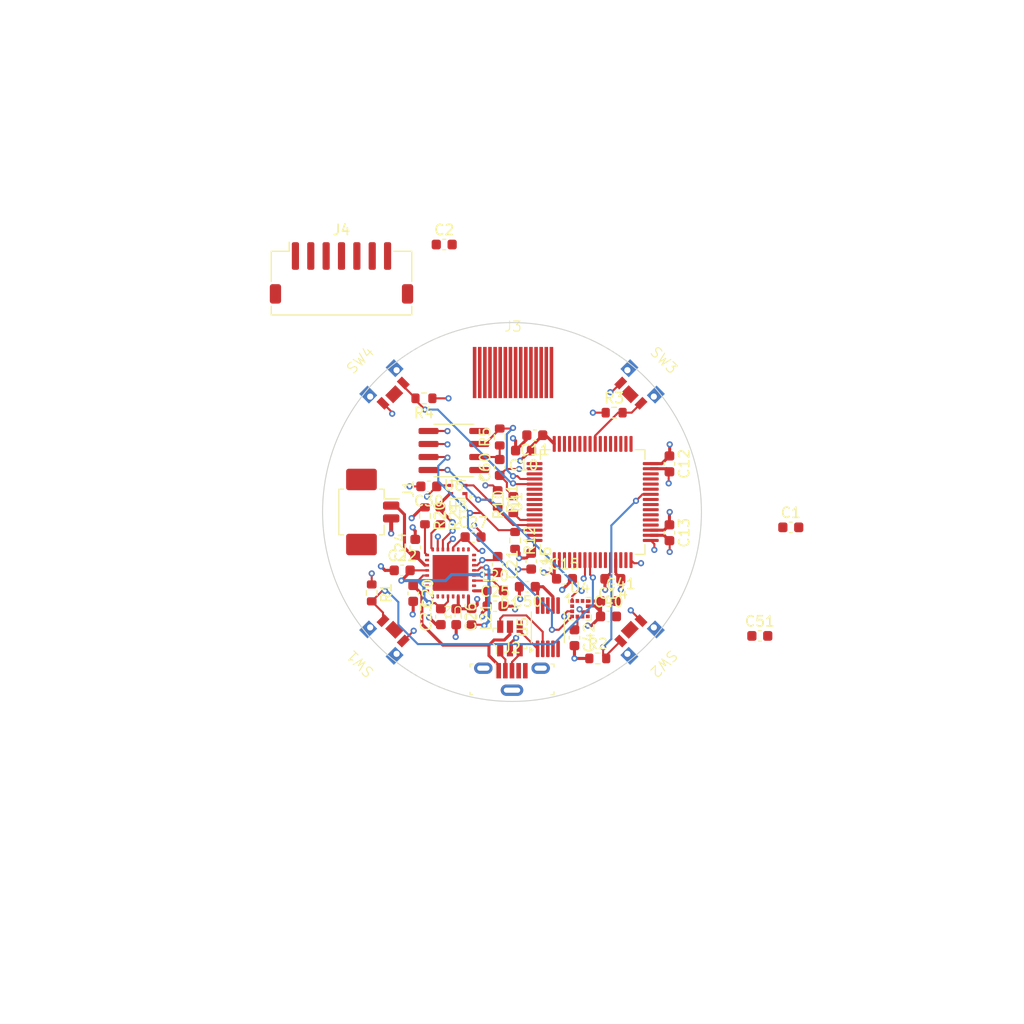
<source format=kicad_pcb>
(kicad_pcb (version 20240108) (generator "pcbnew") (generator_version "8.0")
  (layers (0 "F.Cu" signal) (1 "In1.Cu" signal) (2 "In2.Cu" signal) (31 "B.Cu" signal) (34 "B.Paste" user) (35 "F.Paste" user) (36 "B.SilkS" user "B.Silkscreen") (37 "F.SilkS" user "F.Silkscreen") (38 "B.Mask" user) (39 "F.Mask" user) (44 "Edge.Cuts" user))
  (net 0 "")
  (net 1 "+3.3V")
  (net 3 "Net-(U2-SW2)")
  (net 5 "+1.8V")
  (net 7 "/VSYS")
  (net 9 "Net-(J1-Pin_1)")
  (net 13 "GND")
  (net 14 "/NRST")
  (net 17 "/I2C_SCL")
  (net 18 "Net-(U2-VSET2)")
  (net 21 "Net-(U2-VSET1)")
  (net 22 "Net-(U2-SW1)")
  (net 23 "/VBUS")
  (net 24 "/I2C_SDA")
  (net 27 "/BTN_3")
  (net 28 "/BTN_2")
  (net 29 "/BTN_1")
  (net 30 "/BTN_4")
  (net 31 "Net-(D1-Pad1)")
  (net 34 "Net-(D1-Pad3)")
  (net 37 "Net-(U5-UD+)")
  (net 38 "Net-(U5-UD-)")
  (net 39 "/RTC_INT")
  (net 40 "Net-(U1-BOOT0)")
  (net 43 "Net-(U5-~{RTS})")
  (net 44 "/USART_TX")
  (net 45 "/USART_RX")
  (net 51 "/SPI_RST")
  (net 61 "/SPI_MOSI")
  (net 75 "/SWDIO")
  (net 76 "/SPI_SCLK")
  (net 83 "/SPI_CS")
  (net 84 "/SWCLK")
  (net 86 "/SPI_DC")
  (net 89 "/SPI_SCL")
  (net 94 "Net-(U4-C1)")
  (net 101 "/TDI")
  (net 102 "/SWO")
  (footprint "Capacitor_SMD:C_0603_1608Metric" (layer "F.Cu") (at 94.55 110.225 -90)
    (property "Reference" "C26")
    (property "Value" "10u")
  )
  (footprint "Capacitor_SMD:C_0603_1608Metric" (layer "F.Cu") (at 93.38 73.88)
    (property "Reference" "C2")
    (property "Value" "0.1u")
  )
  (footprint "Inductor_SMD:L_0603_1608Metric" (layer "F.Cu") (at 98.35 107.6625)
    (property "Reference" "L20")
    (property "Value" "2.2u")
  )
  (footprint "Package_SO:MSOP-10_3x3mm_P0.5mm" (layer "F.Cu") (at 103.5 111.25 90)
    (property "Reference" "U5")
    (property "Value" "CH340E")
  )
  (footprint "Capacitor_SMD:C_0603_1608Metric" (layer "F.Cu") (at 101.125 94 180)
    (property "Reference" "C10")
    (property "Value" "4.7u")
  )
  (footprint "Resistor_SMD:R_0603_1608Metric" (layer "F.Cu") (at 100.125 99.275 90)
    (property "Reference" "R10")
    (property "Value" "10k")
  )
  (footprint "Capacitor_SMD:C_0603_1608Metric" (layer "F.Cu") (at 90.55 103.45 90)
    (property "Reference" "C24")
    (property "Value" "2.2u")
  )
  (footprint "Resistor_SMD:R_0603_1608Metric" (layer "F.Cu") (at 91.5 100.375 -90)
    (property "Reference" "R20")
    (property "Value" "47k")
  )
  (footprint "smart_watch:TL6340" (layer "F.Cu") (at 111.5 111.5 -135)
    (property "Reference" "SW2")
    (property "Value" "SW_Push")
  )
  (footprint "Capacitor_SMD:C_0603_1608Metric" (layer "F.Cu") (at 115.375 102.025 -90)
    (property "Reference" "C13")
    (property "Value" "100n")
  )
  (footprint "Package_LGA:LGA-12_2x2mm_P0.5mm" (layer "F.Cu") (at 106.6375 109.45)
    (property "Reference" "U4")
    (property "Value" "LIS2MDL")
  )
  (footprint "Resistor_SMD:R_0603_1608Metric" (layer "F.Cu") (at 108.375 114.3)
    (property "Reference" "R2")
    (property "Value" "10k")
  )
  (footprint "Capacitor_SMD:C_0603_1608Metric" (layer "F.Cu") (at 98.35 109.2)
    (property "Reference" "C25")
    (property "Value" "10u")
  )
  (footprint "Capacitor_SMD:C_0603_1608Metric" (layer "F.Cu") (at 109.425 110.2)
    (property "Reference" "C40")
    (property "Value" "10u")
  )
  (footprint "Resistor_SMD:R_0603_1608Metric" (layer "F.Cu") (at 93 100.375 -90)
    (property "Reference" "R21")
    (property "Value" "250k")
  )
  (footprint "Resistor_SMD:R_0603_1608Metric" (layer "F.Cu") (at 98.6 98.7 -90)
    (property "Reference" "R11")
    (property "Value" "10k")
  )
  (footprint "Package_QFP:LQFP-64_10x10mm_P0.5mm" (layer "F.Cu") (at 107.875 99.025 90)
    (property "Reference" "U1")
    (property "Value" "STM32L476RGTx")
  )
  (footprint "smart_watch:nPM1300" (layer "F.Cu") (at 94 105.95 180)
    (property "Reference" "U2")
    (property "Value" "nPM1300-QEAA")
  )
  (footprint "Connector_JST:JST_ZH_S7B-ZR-SM4A-TF_1x07-1MP_P1.50mm_Horizontal" (layer "F.Cu") (at 83.35 76.65)
    (property "Reference" "J4")
    (property "Value" "Conn_01x07")
  )
  (footprint "smart_watch:TL6340" (layer "F.Cu") (at 111.5 88.5 -45)
    (property "Reference" "SW3")
    (property "Value" "SW_Push")
  )
  (footprint "Resistor_SMD:R_0603_1608Metric" (layer "F.Cu") (at 100.3 102.775 -90)
    (property "Reference" "R12")
    (property "Value" "10k")
  )
  (footprint "smart_watch:TL6340" (layer "F.Cu") (at 88.5 111.5 135)
    (property "Reference" "SW1")
    (property "Value" "SW_Push")
  )
  (footprint "Capacitor_SMD:C_0603_1608Metric" (layer "F.Cu") (at 106.1 112.275 -90)
    (property "Reference" "C42")
    (property "Value" "220n")
  )
  (footprint "Resistor_SMD:R_0603_1608Metric" (layer "F.Cu") (at 98.8 92.675 90)
    (property "Reference" "R5")
    (property "Value" "2.2k")
  )
  (footprint "smart_watch:GC9A01_FPC_pads_P0.5mm" (layer "F.Cu") (at 100.1 86.38)
    (property "Reference" "J3")
    (property "Value" "GC9A01 / ER-TFT1.28-3")
  )
  (footprint "Capacitor_SMD:C_0603_1608Metric" (layer "F.Cu") (at 98.6 105.125 -90)
    (property "Reference" "C21")
    (property "Value" "10u")
  )
  (footprint "Capacitor_SMD:C_0603_1608Metric" (layer "F.Cu") (at 127.225 101.5)
    (property "Reference" "C1")
    (property "Value" "100n")
  )
  (footprint "Capacitor_SMD:C_0603_1608Metric" (layer "F.Cu") (at 101.875 104.8 -90)
    (property "Reference" "C16")
    (property "Value" "100n")
  )
  (footprint "digikey-footprints:SOT23-6L" (layer "F.Cu") (at 99.8 112.35)
    (property "Reference" "D1")
    (property "Value" "USBLC6-2SC6")
  )
  (footprint "Capacitor_SMD:C_0603_1608Metric" (layer "F.Cu") (at 101.5 107.3 180)
    (property "Reference" "C50")
    (property "Value" "100n")
  )
  (footprint "Capacitor_SMD:C_0603_1608Metric" (layer "F.Cu") (at 102.225 92.5 180)
    (property "Reference" "C11")
    (property "Value" "100n")
  )
  (footprint "Capacitor_SMD:C_0603_1608Metric" (layer "F.Cu") (at 105.125 106.525)
    (property "Reference" "C15")
    (property "Value" "100n")
  )
  (footprint "smart_watch:TL6340" (layer "F.Cu") (at 88.5 88.5 45)
    (property "Reference" "SW4")
    (property "Value" "SW_Push")
  )
  (footprint "Capacitor_SMD:C_0603_1608Metric" (layer "F.Cu") (at 124.2 112.1)
    (property "Reference" "C51")
    (property "Value" "100u")
  )
  (footprint "Capacitor_SMD:C_0603_1608Metric" (layer "F.Cu") (at 96.2 102.45)
    (property "Reference" "C27")
    (property "Value" "100n")
  )
  (footprint "Sensor_Humidity:Sensirion_DFN-4_1.5x1.5mm_P0.8mm_SHT4x_NoCentralPad" (layer "F.Cu") (at 94.7 97.8 180)
    (property "Reference" "U3")
    (property "Value" "SHT41")
  )
  (footprint "Inductor_SMD:L_0603_1608Metric" (layer "F.Cu") (at 96.05 110.225 -90)
    (property "Reference" "L21")
    (property "Value" "2.2u")
  )
  (footprint "Capacitor_SMD:C_0603_1608Metric" (layer "F.Cu") (at 98.8 95.65 90)
    (property "Reference" "C60")
    (property "Value" "100n")
  )
  (footprint "Capacitor_SMD:C_0603_1608Metric" (layer "F.Cu") (at 93.05 110.225 90)
    (property "Reference" "C23")
    (property "Value" "10u")
  )
  (footprint "Capacitor_SMD:C_0603_1608Metric" (layer "F.Cu") (at 109.425 108.7)
    (property "Reference" "C41")
    (property "Value" "100n")
  )
  (footprint "Resistor_SMD:R_0603_1608Metric" (layer "F.Cu") (at 86.3 107.9 -90)
    (property "Reference" "R1")
    (property "Value" "10k")
  )
  (footprint "Capacitor_SMD:C_0603_1608Metric" (layer "F.Cu") (at 91.875 97.5 180)
    (property "Reference" "C30")
    (property "Value" "100n")
  )
  (footprint "Resistor_SMD:R_0603_1608Metric" (layer "F.Cu") (at 109.975 90.3)
    (property "Reference" "R3")
    (property "Value" "10k")
  )
  (footprint "Capacitor_SMD:C_0603_1608Metric" (layer "F.Cu") (at 90.35 107.95 -90)
    (property "Reference" "C20")
    (property "Value" "1u")
  )
  (footprint "Capacitor_SMD:C_0603_1608Metric" (layer "F.Cu") (at 115.375 95.3 -90)
    (property "Reference" "C12")
    (property "Value" "100n")
  )
  (footprint "digikey-footprints:USB_Micro_B_Female_Vert_1051330001" (layer "F.Cu") (at 100 115.5)
    (property "Reference" "J2")
    (property "Value" "1051330001")
  )
  (footprint "Connector_Molex:Molex_PicoBlade_53261-0271_1x02-1MP_P1.25mm_Horizontal" (layer "F.Cu") (at 85.8 100 -90)
    (property "Reference" "J1")
    (property "Value" "BATTERTY")
  )
  (footprint "Resistor_SMD:R_0603_1608Metric" (layer "F.Cu") (at 91.4 88.9 180)
    (property "Reference" "R4")
    (property "Value" "10k")
  )
  (footprint "Capacitor_SMD:C_0603_1608Metric" (layer "F.Cu") (at 89.275 105.7)
    (property "Reference" "C22")
    (property "Value" "10u")
  )
  (footprint "Package_SO:SOIC-8_3.9x4.9mm_P1.27mm" (layer "F.Cu") (at 94.325 93.995 180)
    (property "Reference" "U6")
    (property "Value" "DS3231MZ")
  )
  (footprint "Capacitor_SMD:C_0603_1608Metric" (layer "F.Cu") (at 109.85 106.525 180)
    (property "Reference" "C14")
    (property "Value" "100n")
  )
  (gr_circle (center 100 100) (end 118.5 100) (stroke (width 0.1)) (fill none) (layer "Edge.Cuts"))
  (segment (start 101.9 94) (end 101.8 94) (width 0.2) (layer "F.Cu") (net 1))
  (segment (start 110.125 104.625) (end 110.125 106.025) (width 0.3) (layer "F.Cu") (net 1))
  (segment (start 104 108.274568) (end 104 109.1375) (width 0.2) (layer "F.Cu") (net 1))
  (segment (start 115.4 93.4) (end 115.4 94.5) (width 0.3) (layer "F.Cu") (net 1))
  (segment (start 98.85 94.935) (end 98.8 94.985) (width 0.2) (layer "F.Cu") (net 1))
  (segment (start 103.275001 92.5) (end 104.125001 93.35) (width 0.3) (layer "F.Cu") (net 1))
  (segment (start 110.125 106.025) (end 110.625 106.525) (width 0.3) (layer "F.Cu") (net 1))
  (segment (start 114.624999 95.275001) (end 115.375 94.525) (width 0.3) (layer "F.Cu") (net 1))
  (segment (start 115.375 101.25) (end 115.375 100.025) (width 0.3) (layer "F.Cu") (net 1))
  (segment (start 92.65 97.5) (end 92.75 97.4) (width 0.2) (layer "F.Cu") (net 1))
  (segment (start 96.05 109.4375) (end 96.2375 109.4375) (width 0.2) (layer "F.Cu") (net 1))
  (segment (start 96.6 109.075) (end 96.6 108.5) (width 0.3) (layer "F.Cu") (net 1))
  (segment (start 111.6 109.6) (end 111.6 109.620101) (width 0.2) (layer "F.Cu") (net 1))
  (segment (start 101.9 94) (end 101.9 93.6) (width 0.2) (layer "F.Cu") (net 1))
  (segment (start 110.625 106.525) (end 110.625 107.575) (width 0.3) (layer "F.Cu") (net 1))
  (segment (start 95.75 108.25) (end 95.75 109.1375) (width 0.3) (layer "F.Cu") (net 1))
  (segment (start 104.125001 104.625) (end 104.125001 106.300001) (width 0.3) (layer "F.Cu") (net 1))
  (segment (start 100.7 104.5) (end 100.7 104) (width 0.3) (layer "F.Cu") (net 1))
  (segment (start 102.2 103.7) (end 101.875 104.025) (width 0.2) (layer "F.Cu") (net 1))
  (segment (start 102.5 109.1375) (end 102.5 107.525) (width 0.3) (layer "F.Cu") (net 1))
  (segment (start 103.1 105.9) (end 103.725 105.9) (width 0.2) (layer "F.Cu") (net 1))
  (segment (start 94.75 109.25) (end 94.55 109.45) (width 0.2) (layer "F.Cu") (net 1))
  (segment (start 95.75 109.1375) (end 96.05 109.4375) (width 0.2) (layer "F.Cu") (net 1))
  (segment (start 103.725 105.9) (end 104.35 106.525) (width 0.2) (layer "F.Cu") (net 1))
  (segment (start 102.2 102.699999) (end 102.2 103.7) (width 0.3) (layer "F.Cu") (net 1))
  (segment (start 114.85 101.775) (end 115.375 101.25) (width 0.3) (layer "F.Cu") (net 1))
  (segment (start 98.8 94.875) (end 98.8 93.5) (width 0.2) (layer "F.Cu") (net 1))
  (segment (start 103.025432 107.3) (end 104 108.274568) (width 0.3) (layer "F.Cu") (net 1))
  (segment (start 100.7 104) (end 100.3 103.6) (width 0.3) (layer "F.Cu") (net 1))
  (segment (start 111.6 109.620101) (end 112.596016 110.616117) (width 0.2) (layer "F.Cu") (net 1))
  (segment (start 91.7 98.45) (end 92.65 97.5) (width 0.2) (layer "F.Cu") (net 1))
  (segment (start 96.2375 109.4375) (end 96.6 109.075) (width 0.3) (layer "F.Cu") (net 1))
  (segment (start 115.375 100.025) (end 115.4 100) (width 0.3) (layer "F.Cu") (net 1))
  (segment (start 92.75 97.4) (end 94 97.4) (width 0.2) (layer "F.Cu") (net 1))
  (segment (start 115.4 94.5) (end 115.375 94.525) (width 0.3) (layer "F.Cu") (net 1))
  (segment (start 88.3 90.4) (end 88.3 90.279899) (width 0.2) (layer "F.Cu") (net 1))
  (segment (start 95.75 109.15) (end 96.05 109.45) (width 0.2) (layer "F.Cu") (net 1))
  (segment (start 102.5 107.525) (end 102.275 107.3) (width 0.2) (layer "F.Cu") (net 1))
  (segment (start 102.275 107.3) (end 103.025432 107.3) (width 0.3) (layer "F.Cu") (net 1))
  (segment (start 91.7 98.5) (end 91.7 98.45) (width 0.2) (layer "F.Cu") (net 1))
  (segment (start 94.75 108.25) (end 94.75 109.25) (width 0.3) (layer "F.Cu") (net 1))
  (segment (start 94.55 109.45) (end 96.05 109.45) (width 0.3) (layer "F.Cu") (net 1))
  (segment (start 100.7 104.5) (end 101.4 104.5) (width 0.3) (layer "F.Cu") (net 1))
  (segment (start 101.8 94) (end 100.8 95) (width 0.3) (layer "F.Cu") (net 1))
  (segment (start 101.4 104.5) (end 101.875 104.025) (width 0.3) (layer "F.Cu") (net 1))
  (segment (start 98.125 97.4) (end 98.6 97.875) (width 0.2) (layer "F.Cu") (net 1))
  (segment (start 113.55 95.275001) (end 114.624999 95.275001) (width 0.3) (layer "F.Cu") (net 1))
  (segment (start 103 92.5) (end 103.275001 92.5) (width 0.2) (layer "F.Cu") (net 1))
  (segment (start 109.720101 88.3) (end 110.616117 87.403984) (width 0.2) (layer "F.Cu") (net 1))
  (segment (start 101.9 93.6) (end 103 92.5) (width 0.3) (layer "F.Cu") (net 1))
  (segment (start 113.55 101.775) (end 114.85 101.775) (width 0.3) (layer "F.Cu") (net 1))
  (segment (start 96.8 94.63) (end 98.555 94.63) (width 0.2) (layer "F.Cu") (net 1))
  (segment (start 88.3 90.279899) (end 87.403984 89.383883) (width 0.2) (layer "F.Cu") (net 1))
  (segment (start 109.6 88.3) (end 109.720101 88.3) (width 0.2) (layer "F.Cu") (net 1))
  (segment (start 98.555 94.74) (end 98.8 94.985) (width 0.2) (layer "F.Cu") (net 1))
  (segment (start 97.4 97.4) (end 98.125 97.4) (width 0.2) (layer "F.Cu") (net 1))
  (via (at 100.8 95) (size 0.6) (drill 0.3) (layers "F.Cu" "B.Cu") (net 1))
  (via (at 90.4 111.6) (size 0.6) (drill 0.3) (layers "F.Cu" "B.Cu") (net 1))
  (via (at 115.4 93.4) (size 0.6) (drill 0.3) (layers "F.Cu" "B.Cu") (net 1))
  (via (at 103.1 105.9) (size 0.6) (drill 0.3) (layers "F.Cu" "B.Cu") (net 1))
  (via (at 109.6 88.3) (size 0.6) (drill 0.3) (layers "F.Cu" "B.Cu") (net 1))
  (via (at 96.6 108.5) (size 0.6) (drill 0.3) (layers "F.Cu" "B.Cu") (net 1))
  (via (at 88.3 90.4) (size 0.6) (drill 0.3) (layers "F.Cu" "B.Cu") (net 1))
  (via (at 97.4 97.4) (size 0.6) (drill 0.3) (layers "F.Cu" "B.Cu") (net 1))
  (via (at 110.625 107.575) (size 0.6) (drill 0.3) (layers "F.Cu" "B.Cu") (net 1))
  (via (at 91.7 98.5) (size 0.6) (drill 0.3) (layers "F.Cu" "B.Cu") (net 1))
  (via (at 100.7 104.5) (size 0.6) (drill 0.3) (layers "F.Cu" "B.Cu") (net 1))
  (via (at 115.4 100) (size 0.6) (drill 0.3) (layers "F.Cu" "B.Cu") (net 1))
  (via (at 111.6 109.6) (size 0.6) (drill 0.3) (layers "F.Cu" "B.Cu") (net 1))
  (segment (start 96.3 105.7) (end 96.668011 105.7) (width 0.2) (layer "F.Cu") (net 3))
  (segment (start 97.2125 111.0125) (end 96.05 111.0125) (width 0.2) (layer "F.Cu") (net 3))
  (segment (start 97.3 111.1) (end 97.2125 111.0125) (width 0.2) (layer "F.Cu") (net 3))
  (segment (start 96.951471 105.41654) (end 97.5 105.41654) (width 0.2) (layer "F.Cu") (net 3))
  (segment (start 96.668011 105.7) (end 96.951471 105.41654) (width 0.2) (layer "F.Cu") (net 3))
  (via (at 97.3 111.1) (size 0.6) (drill 0.3) (layers "F.Cu" "B.Cu") (net 3))
  (via (at 97.5 105.41654) (size 0.6) (drill 0.3) (layers "F.Cu" "B.Cu") (net 3))
  (segment (start 97.75 105.66654) (end 97.5 105.41654) (width 0.3) (layer "B.Cu") (net 3))
  (segment (start 97.75 110.65) (end 97.75 105.66654) (width 0.3) (layer "B.Cu") (net 3))
  (segment (start 97.3 111.1) (end 97.75 110.65) (width 0.3) (layer "B.Cu") (net 3))
  (segment (start 108.65 110.2) (end 108.65 109.725) (width 0.3) (layer "F.Cu") (net 5))
  (segment (start 105.4125 109.7) (end 105.1 110.0125) (width 0.2) (layer "F.Cu") (net 5))
  (segment (start 95.425 102.525) (end 96.5 103.6) (width 0.2) (layer "F.Cu") (net 5))
  (segment (start 96.5 103.6) (end 96.7 103.8) (width 0.2) (layer "F.Cu") (net 5))
  (segment (start 96.3 107.7) (end 97.475 107.7) (width 0.3) (layer "F.Cu") (net 5))
  (segment (start 96.7 103.8) (end 97.1 103.8) (width 0.2) (layer "F.Cu") (net 5))
  (segment (start 105.875 109.7) (end 105.4125 109.7) (width 0.2) (layer "F.Cu") (net 5))
  (segment (start 95.425 102.45) (end 95.425 102.525) (width 0.2) (layer "F.Cu") (net 5))
  (segment (start 108.1 109.175) (end 107.4 109.175) (width 0.3) (layer "F.Cu") (net 5))
  (segment (start 107.75 111.1) (end 108.65 110.2) (width 0.3) (layer "F.Cu") (net 5))
  (segment (start 97.475 107.7) (end 97.5125 107.6625) (width 0.2) (layer "F.Cu") (net 5))
  (segment (start 107.75 111.1) (end 107.4 111.1) (width 0.3) (layer "F.Cu") (net 5))
  (segment (start 108.65 110.2) (end 108.65 108.7) (width 0.3) (layer "F.Cu") (net 5))
  (segment (start 97.1 109.825) (end 97.5125 109.4125) (width 0.3) (layer "F.Cu") (net 5))
  (segment (start 97.1 110.2) (end 97.1 109.825) (width 0.3) (layer "F.Cu") (net 5))
  (segment (start 105.1 110.0125) (end 105.1 110.2) (width 0.2) (layer "F.Cu") (net 5))
  (segment (start 95 102.7) (end 95.05 102.7) (width 0.2) (layer "F.Cu") (net 5))
  (segment (start 94.25 103.65) (end 94.25 103.45) (width 0.2) (layer "F.Cu") (net 5))
  (segment (start 108.65 109.725) (end 108.1 109.175) (width 0.3) (layer "F.Cu") (net 5))
  (segment (start 97.5125 109.4125) (end 97.55 109.45) (width 0.2) (layer "F.Cu") (net 5))
  (segment (start 107.4 108.7) (end 108.9175 108.7) (width 0.3) (layer "F.Cu") (net 5))
  (segment (start 94.25 103.45) (end 95 102.7) (width 0.2) (layer "F.Cu") (net 5))
  (segment (start 97.5125 107.6625) (end 97.5125 109.4125) (width 0.3) (layer "F.Cu") (net 5))
  (via (at 107.4 111.1) (size 0.6) (drill 0.3) (layers "F.Cu" "B.Cu") (net 5))
  (via (at 97.1 103.8) (size 0.6) (drill 0.3) (layers "F.Cu" "B.Cu") (net 5))
  (via (at 105.1 110.2) (size 0.6) (drill 0.3) (layers "F.Cu" "B.Cu") (net 5))
  (via (at 97.1 110.2) (size 0.6) (drill 0.3) (layers "F.Cu" "B.Cu") (net 5))
  (segment (start 98.38346 106.11654) (end 98.6 105.9) (width 0.2) (layer "F.Cu") (net 7))
  (segment (start 97.1 106.11654) (end 98.38346 106.11654) (width 0.2) (layer "F.Cu") (net 7))
  (segment (start 90.2 105.7) (end 90.55 105.7) (width 0.2) (layer "F.Cu") (net 7))
  (segment (start 93.75 108.75) (end 93.05 109.45) (width 0.2) (layer "F.Cu") (net 7))
  (segment (start 91.9 108.9) (end 92.5 108.9) (width 0.2) (layer "F.Cu") (net 7))
  (segment (start 93.75 108.25) (end 93.75 108.75) (width 0.2) (layer "F.Cu") (net 7))
  (segment (start 91.675 105.725) (end 91.7 105.7) (width 0.2) (layer "F.Cu") (net 7))
  (segment (start 92.5 108.9) (end 93.05 109.45) (width 0.2) (layer "F.Cu") (net 7))
  (segment (start 89.2 106.7) (end 90.2 105.7) (width 0.3) (layer "F.Cu") (net 7))
  (segment (start 97.1 106.11654) (end 97.01654 106.2) (width 0.2) (layer "F.Cu") (net 7))
  (segment (start 97.01654 106.2) (end 96.3 106.2) (width 0.2) (layer "F.Cu") (net 7))
  (segment (start 91.7 105.7) (end 90.2 105.7) (width 0.2) (layer "F.Cu") (net 7))
  (via (at 91.9 108.9) (size 0.6) (drill 0.3) (layers "F.Cu" "B.Cu") (net 7))
  (via (at 97.1 106.11654) (size 0.6) (drill 0.3) (layers "F.Cu" "B.Cu") (net 7))
  (via (at 89.2 106.7) (size 0.6) (drill 0.3) (layers "F.Cu" "B.Cu") (net 7))
  (segment (start 93.51654 106.7) (end 94.1 106.11654) (width 0.3) (layer "B.Cu") (net 7))
  (segment (start 91.9 108.9) (end 91.4 108.4) (width 0.3) (layer "B.Cu") (net 7))
  (segment (start 91.4 108.4) (end 91.4 107.3) (width 0.3) (layer "B.Cu") (net 7))
  (segment (start 94.1 106.11654) (end 97.1 106.11654) (width 0.3) (layer "B.Cu") (net 7))
  (segment (start 91.4 107.3) (end 90.8 106.7) (width 0.3) (layer "B.Cu") (net 7))
  (segment (start 89.2 106.7) (end 93.51654 106.7) (width 0.3) (layer "B.Cu") (net 7))
  (segment (start 90.55 104.225) (end 90.225 104.225) (width 0.2) (layer "F.Cu") (net 9))
  (segment (start 88.625 99.375) (end 88.2 99.375) (width 0.3) (layer "F.Cu") (net 9))
  (segment (start 90.55 104.225) (end 90.55 104.249264) (width 0.2) (layer "F.Cu") (net 9))
  (segment (start 90.55 104.249264) (end 91.500736 105.2) (width 0.3) (layer "F.Cu") (net 9))
  (segment (start 89.5 100.25) (end 88.625 99.375) (width 0.3) (layer "F.Cu") (net 9))
  (segment (start 89.5 103.5) (end 89.5 100.25) (width 0.3) (layer "F.Cu") (net 9))
  (segment (start 90.225 104.225) (end 89.5 103.5) (width 0.3) (layer "F.Cu") (net 9))
  (segment (start 91.500736 105.2) (end 91.7 105.2) (width 0.2) (layer "F.Cu") (net 9))
  (segment (start 106.6 109.5) (end 106.8875 109.7875) (width 0.2) (layer "F.Cu") (net 13))
  (segment (start 100.725 107.3) (end 100.725 108.425) (width 0.3) (layer "F.Cu") (net 13))
  (segment (start 96.975 101.975) (end 96.3 101.3) (width 0.2) (layer "F.Cu") (net 13))
  (segment (start 90.2 101.5) (end 90.3 101.6) (width 0.2) (layer "F.Cu") (net 13))
  (segment (start 109.075 107.575) (end 109.1 107.6) (width 0.3) (layer "F.Cu") (net 13))
  (segment (start 91.85 92.09) (end 93.69 92.09) (width 0.2) (layer "F.Cu") (net 13))
  (segment (start 105.9 106.6) (end 104.9 107.6) (width 0.3) (layer "F.Cu") (net 13))
  (segment (start 97.1 104.7) (end 98.25 104.7) (width 0.2) (layer "F.Cu") (net 13))
  (segment (start 93.69 92.09) (end 93.7 92.1) (width 0.2) (layer "F.Cu") (net 13))
  (segment (start 96.975 102.45) (end 96.975 101.975) (width 0.2) (layer "F.Cu") (net 13))
  (segment (start 106.8875 109.7875) (end 106.8875 110.2125) (width 0.2) (layer "F.Cu") (net 13))
  (segment (start 91.85 93.36) (end 93.66 93.36) (width 0.2) (layer "F.Cu") (net 13))
  (segment (start 113.55 95.775) (end 115.075 95.775) (width 0.3) (layer "F.Cu") (net 13))
  (segment (start 113.55 102.275) (end 114.85 102.275) (width 0.3) (layer "F.Cu") (net 13))
  (segment (start 109.075 106.525) (end 109.075 107.575) (width 0.3) (layer "F.Cu") (net 13))
  (segment (start 101.45 92.5) (end 101.45 92.9) (width 0.2) (layer "F.Cu") (net 13))
  (segment (start 93.66 93.36) (end 93.7 93.4) (width 0.2) (layer "F.Cu") (net 13))
  (segment (start 90.3 101.5) (end 90.2 101.5) (width 0.2) (layer "F.Cu") (net 13))
  (segment (start 86.3 106) (end 86.3 107.075) (width 0.2) (layer "F.Cu") (net 13))
  (segment (start 115.075 95.775) (end 115.375 96.075) (width 0.3) (layer "F.Cu") (net 13))
  (segment (start 100.6 105.6) (end 101.85 105.6) (width 0.2) (layer "F.Cu") (net 13))
  (segment (start 100.125 98.45) (end 99.5 97.825) (width 0.2) (layer "F.Cu") (net 13))
  (segment (start 90.3 101.6) (end 90.3 101.5) (width 0.2) (layer "F.Cu") (net 13))
  (segment (start 90.3 109.9) (end 90.3 110) (width 0.2) (layer "F.Cu") (net 13))
  (segment (start 94.55 112.15) (end 94.5 112.2) (width 0.3) (layer "F.Cu") (net 13))
  (segment (start 107.4 109.7) (end 106.975 109.7) (width 0.2) (layer "F.Cu") (net 13))
  (segment (start 98.25 104.7) (end 98.6 104.35) (width 0.2) (layer "F.Cu") (net 13))
  (segment (start 101.85 105.6) (end 101.875 105.575) (width 0.2) (layer "F.Cu") (net 13))
  (segment (start 93 99.55) (end 93 99.8) (width 0.2) (layer "F.Cu") (net 13))
  (segment (start 92.6 111) (end 91.9 110.3) (width 0.3) (layer "F.Cu") (net 13))
  (segment (start 93.05 111) (end 92.6 111) (width 0.2) (layer "F.Cu") (net 13))
  (segment (start 93 99.55) (end 93 99.15) (width 0.2) (layer "F.Cu") (net 13))
  (segment (start 99.5 97.825) (end 99.5 97.125) (width 0.2) (layer "F.Cu") (net 13))
  (segment (start 99.5 97.125) (end 98.8 96.425) (width 0.2) (layer "F.Cu") (net 13))
  (segment (start 99.425 95.8) (end 100.7 95.8) (width 0.2) (layer "F.Cu") (net 13))
  (segment (start 87.6 105.7) (end 87.2 105.3) (width 0.3) (layer "F.Cu") (net 13))
  (segment (start 90 97.5) (end 91.1 97.5) (width 0.2) (layer "F.Cu") (net 13))
  (segment (start 92.225 88.9) (end 93.8 88.9) (width 0.2) (layer "F.Cu") (net 13))
  (segment (start 115.3 96.15) (end 115.375 96.075) (width 0.2) (layer "F.Cu") (net 13))
  (segment (start 91.25 99.55) (end 90.2 100.6) (width 0.3) (layer "F.Cu") (net 13))
  (segment (start 93 99.8) (end 94.2 101) (width 0.3) (layer "F.Cu") (net 13))
  (segment (start 93 99.15) (end 93.95 98.2) (width 0.3) (layer "F.Cu") (net 13))
  (segment (start 88.2 100.625) (end 88.2 102.1) (width 0.4) (layer "F.Cu") (net 13))
  (segment (start 105.9 106.525) (end 105.9 106.6) (width 0.3) (layer "F.Cu") (net 13))
  (segment (start 91.5 99.55) (end 91.25 99.55) (width 0.2) (layer "F.Cu") (net 13))
  (segment (start 90.3 110) (end 90.2 110) (width 0.2) (layer "F.Cu") (net 13))
  (segment (start 107.9 90.3) (end 109.15 90.3) (width 0.2) (layer "F.Cu") (net 13))
  (segment (start 101.45 92.9) (end 100.35 94) (width 0.3) (layer "F.Cu") (net 13))
  (segment (start 106.1 114.3) (end 107.55 114.3) (width 0.3) (layer "F.Cu") (net 13))
  (segment (start 90.35 109.85) (end 90.3 109.9) (width 0.2) (layer "F.Cu") (net 13))
  (segment (start 99.8 112.9) (end 99.8 113.5) (width 0.2) (layer "F.Cu") (net 13))
  (segment (start 94.55 111) (end 94.55 112.15) (width 0.3) (layer "F.Cu") (net 13))
  (segment (start 98.8 96.425) (end 99.425 95.8) (width 0.2) (layer "F.Cu") (net 13))
  (segment (start 90.2 110) (end 90.3 109.9) (width 0.2) (layer "F.Cu") (net 13))
  (segment (start 100.35 94) (end 100.35 93.05) (width 0.3) (layer "F.Cu") (net 13))
  (segment (start 99.125 109.2) (end 100 109.2) (width 0.3) (layer "F.Cu") (net 13))
  (segment (start 96.6 105.2) (end 97.1 104.7) (width 0.2) (layer "F.Cu") (net 13))
  (segment (start 115.4 103.9) (end 115.4 102.825) (width 0.2) (layer "F.Cu") (net 13))
  (segment (start 90.35 108.725) (end 90.35 109.8) (width 0.3) (layer "F.Cu") (net 13))
  (segment (start 90.55 102.675) (end 90.55 101.85) (width 0.3) (layer "F.Cu") (net 13))
  (segment (start 96.3 105.2) (end 96.6 105.2) (width 0.2) (layer "F.Cu") (net 13))
  (segment (start 100 109.2) (end 100.3 109.5) (width 0.3) (layer "F.Cu") (net 13))
  (segment (start 100.35 93.05) (end 100.1 92.8) (width 0.3) (layer "F.Cu") (net 13))
  (segment (start 90.55 101.85) (end 90.3 101.6) (width 0.3) (layer "F.Cu") (net 13))
  (segment (start 106.975 109.7) (end 106.8875 109.7875) (width 0.2) (layer "F.Cu") (net 13))
  (segment (start 115.3 97.2) (end 115.3 96.15) (width 0.2) (layer "F.Cu") (net 13))
  (segment (start 100.725 108.425) (end 100.8 108.5) (width 0.2) (layer "F.Cu") (net 13))
  (segment (start 114.85 102.275) (end 115.375 102.8) (width 0.3) (layer "F.Cu") (net 13))
  (segment (start 88.5 105.7) (end 87.6 105.7) (width 0.3) (layer "F.Cu") (net 13))
  (segment (start 93.95 98.2) (end 94 98.2) (width 0.2) (layer "F.Cu") (net 13))
  (segment (start 109.625 104.625) (end 109.625 105.975) (width 0.3) (layer "F.Cu") (net 13))
  (segment (start 109.625 105.975) (end 109.075 106.525) (width 0.3) (layer "F.Cu") (net 13))
  (segment (start 106.1 113.05) (end 106.1 114.3) (width 0.3) (layer "F.Cu") (net 13))
  (segment (start 115.4 102.825) (end 115.375 102.8) (width 0.2) (layer "F.Cu") (net 13))
  (segment (start 100.4 112.3) (end 99.8 112.9) (width 0.3) (layer "F.Cu") (net 13))
  (via (at 100.3 109.5) (size 0.6) (drill 0.3) (layers "F.Cu" "B.Cu") (net 13))
  (via (at 94.2 101) (size 0.6) (drill 0.3) (layers "F.Cu" "B.Cu") (net 13))
  (via (at 86.3 106) (size 0.6) (drill 0.3) (layers "F.Cu" "B.Cu") (net 13))
  (via (at 93.7 93.4) (size 0.6) (drill 0.3) (layers "F.Cu" "B.Cu") (net 13))
  (via (at 100.8 108.5) (size 0.6) (drill 0.3) (layers "F.Cu" "B.Cu") (net 13))
  (via (at 88.2 102.1) (size 0.6) (drill 0.3) (layers "F.Cu" "B.Cu") (net 13))
  (via (at 115.3 97.2) (size 0.6) (drill 0.3) (layers "F.Cu" "B.Cu") (net 13))
  (via (at 87.2 105.3) (size 0.6) (drill 0.3) (layers "F.Cu" "B.Cu") (net 13))
  (via (at 97.1 104.7) (size 0.6) (drill 0.3) (layers "F.Cu" "B.Cu") (net 13))
  (via (at 100.4 112.3) (size 0.6) (drill 0.3) (layers "F.Cu" "B.Cu") (net 13))
  (via (at 93.8 88.9) (size 0.6) (drill 0.3) (layers "F.Cu" "B.Cu") (net 13))
  (via (at 90.3 101.5) (size 0.6) (drill 0.3) (layers "F.Cu" "B.Cu") (net 13))
  (via (at 100.7 95.8) (size 0.6) (drill 0.3) (layers "F.Cu" "B.Cu") (net 13))
  (via (at 107.9 90.3) (size 0.6) (drill 0.3) (layers "F.Cu" "B.Cu") (net 13))
  (via (at 94.5 112.2) (size 0.6) (drill 0.3) (layers "F.Cu" "B.Cu") (net 13))
  (via (at 90.3 110) (size 0.6) (drill 0.3) (layers "F.Cu" "B.Cu") (net 13))
  (via (at 109.1 107.6) (size 0.6) (drill 0.3) (layers "F.Cu" "B.Cu") (net 13))
  (via (at 104.9 107.6) (size 0.6) (drill 0.3) (layers "F.Cu" "B.Cu") (net 13))
  (via (at 96.3 101.3) (size 0.6) (drill 0.3) (layers "F.Cu" "B.Cu") (net 13))
  (via (at 90.2 100.6) (size 0.6) (drill 0.3) (layers "F.Cu" "B.Cu") (net 13))
  (via (at 106.1 114.3) (size 0.6) (drill 0.3) (layers "F.Cu" "B.Cu") (net 13))
  (via (at 91.9 110.3) (size 0.6) (drill 0.3) (layers "F.Cu" "B.Cu") (net 13))
  (via (at 106.6 109.5) (size 0.6) (drill 0.3) (layers "F.Cu" "B.Cu") (net 13))
  (via (at 100.6 105.6) (size 0.6) (drill 0.3) (layers "F.Cu" "B.Cu") (net 13))
  (via (at 115.4 103.9) (size 0.6) (drill 0.3) (layers "F.Cu" "B.Cu") (net 13))
  (via (at 90 97.5) (size 0.6) (drill 0.3) (layers "F.Cu" "B.Cu") (net 13))
  (via (at 100.1 92.8) (size 0.6) (drill 0.3) (layers "F.Cu" "B.Cu") (net 13))
  (via (at 93.7 92.1) (size 0.6) (drill 0.3) (layers "F.Cu" "B.Cu") (net 13))
  (segment (start 89.403984 112.596016) (end 90.4 111.6) (width 0.2) (layer "F.Cu") (net 14))
  (segment (start 107.125 104.7) (end 107.125 106.375) (width 0.2) (layer "F.Cu") (net 14))
  (segment (start 92.75 102.415197) (end 92.7637 102.401497) (width 0.2) (layer "F.Cu") (net 14))
  (segment (start 92.75 103.65) (end 92.75 102.415197) (width 0.2) (layer "F.Cu") (net 14))
  (segment (start 89.383883 112.596016) (end 89.403984 112.596016) (width 0.2) (layer "F.Cu") (net 14))
  (segment (start 107.125 106.375) (end 107 106.5) (width 0.2) (layer "F.Cu") (net 14))
  (via (at 92.7637 102.401497) (size 0.6) (drill 0.3) (layers "F.Cu" "B.Cu") (net 14))
  (via (at 107 106.5) (size 0.6) (drill 0.3) (layers "F.Cu" "B.Cu") (net 14))
  (segment (start 102.2 101.275) (end 100.112352 101.275) (width 0.2) (layer "F.Cu") (net 17))
  (segment (start 97.818676 98.981324) (end 100.112352 101.275) (width 0.2) (layer "F.Cu") (net 17))
  (segment (start 105.875 108.7) (end 105.875 108.2375) (width 0.2) (layer "F.Cu") (net 17))
  (segment (start 96.237352 97.4) (end 97.818676 98.981324) (width 0.2) (layer "F.Cu") (net 17))
  (segment (start 96.7 98.8) (end 97.637352 98.8) (width 0.2) (layer "F.Cu") (net 17))
  (segment (start 93.25 102.752941) (end 93.25 103.65) (width 0.2) (layer "F.Cu") (net 17))
  (segment (start 106.4125 107.7) (end 106.8 107.7) (width 0.2) (layer "F.Cu") (net 17))
  (segment (start 91.85 95.9) (end 93.69 95.9) (width 0.2) (layer "F.Cu") (net 17))
  (segment (start 94.199879 101.82615) (end 94.176791 101.82615) (width 0.2) (layer "F.Cu") (net 17))
  (segment (start 93.69 96.01) (end 93.7 96) (width 0.2) (layer "F.Cu") (net 17))
  (segment (start 94.176791 101.82615) (end 93.25 102.752941) (width 0.2) (layer "F.Cu") (net 17))
  (segment (start 97.637352 98.8) (end 97.818676 98.981324) (width 0.2) (layer "F.Cu") (net 17))
  (segment (start 95.4 97.4) (end 96.237352 97.4) (width 0.2) (layer "F.Cu") (net 17))
  (segment (start 105.875 108.2375) (end 106.4125 107.7) (width 0.2) (layer "F.Cu") (net 17))
  (via (at 106.8 107.7) (size 0.6) (drill 0.3) (layers "F.Cu" "B.Cu") (net 17))
  (via (at 93.7 95.89) (size 0.6) (drill 0.3) (layers "F.Cu" "B.Cu") (net 17))
  (via (at 94.199879 101.82615) (size 0.6) (drill 0.3) (layers "F.Cu" "B.Cu") (net 17))
  (via (at 96.7 98.8) (size 0.6) (drill 0.3) (layers "F.Cu" "B.Cu") (net 17))
  (segment (start 96.7 98.8) (end 97.9 98.8) (width 0.2) (layer "B.Cu") (net 17))
  (segment (start 97.9 98.8) (end 106.8 107.7) (width 0.2) (layer "B.Cu") (net 17))
  (segment (start 96.7 98.8) (end 93.79 95.89) (width 0.2) (layer "B.Cu") (net 17))
  (segment (start 93.79 95.89) (end 93.7 95.89) (width 0.2) (layer "B.Cu") (net 17))
  (segment (start 92.125 103.525) (end 92.125 102.075) (width 0.2) (layer "F.Cu") (net 18))
  (segment (start 92.125 102.075) (end 93 101.2) (width 0.2) (layer "F.Cu") (net 18))
  (segment (start 92.25 103.65) (end 92.125 103.525) (width 0.2) (layer "F.Cu") (net 18))
  (segment (start 91.5 104) (end 91.5 101.225) (width 0.2) (layer "F.Cu") (net 21))
  (segment (start 91.7 104.2) (end 91.5 104) (width 0.2) (layer "F.Cu") (net 21))
  (segment (start 98.125 106.7) (end 96.3 106.7) (width 0.2) (layer "F.Cu") (net 22))
  (segment (start 99.0875 107.6625) (end 98.125 106.7) (width 0.2) (layer "F.Cu") (net 22))
  (segment (start 97.75 113) (end 98.25 112.5) (width 0.3) (layer "F.Cu") (net 23))
  (segment (start 91.2 108.025) (end 91.2 110.95) (width 0.3) (layer "F.Cu") (net 23))
  (segment (start 98.7 114.975) (end 97.75 114.025) (width 0.3) (layer "F.Cu") (net 23))
  (segment (start 91.2 110.95) (end 93.25 113) (width 0.3) (layer "F.Cu") (net 23))
  (segment (start 99.25 112.5) (end 99.8 111.95) (width 0.3) (layer "F.Cu") (net 23))
  (segment (start 99.8 111.95) (end 99.8 111.2) (width 0.3) (layer "F.Cu") (net 23))
  (segment (start 98.7 115.5) (end 98.7 114.975) (width 0.2) (layer "F.Cu") (net 23))
  (segment (start 93.25 113) (end 97.75 113) (width 0.3) (layer "F.Cu") (net 23))
  (segment (start 97.75 114.025) (end 97.75 113) (width 0.3) (layer "F.Cu") (net 23))
  (segment (start 91.325 106.2) (end 90.35 107.175) (width 0.2) (layer "F.Cu") (net 23))
  (segment (start 98.25 112.5) (end 99.25 112.5) (width 0.3) (layer "F.Cu") (net 23))
  (segment (start 91.7 106.2) (end 91.325 106.2) (width 0.2) (layer "F.Cu") (net 23))
  (segment (start 90.35 107.175) (end 91.2 108.025) (width 0.3) (layer "F.Cu") (net 23))
  (segment (start 96.9 100.1) (end 96.95 100.05) (width 0.2) (layer "F.Cu") (net 24))
  (segment (start 93.64 94.74) (end 93.7 94.8) (width 0.2) (layer "F.Cu") (net 24))
  (segment (start 91.85 94.63) (end 93.64 94.63) (width 0.2) (layer "F.Cu") (net 24))
  (segment (start 98.675 101.775) (end 102.2 101.775) (width 0.2) (layer "F.Cu") (net 24))
  (segment (start 95.9 100.1) (end 96.9 100.1) (width 0.2) (layer "F.Cu") (net 24))
  (segment (start 95.441422 98.2) (end 95.55 98.308578) (width 0.2) (layer "F.Cu") (net 24))
  (segment (start 104.575 111.5) (end 105.875 110.2) (width 0.2) (layer "F.Cu") (net 24))
  (segment (start 95.4 98.2) (end 95.441422 98.2) (width 0.2) (layer "F.Cu") (net 24))
  (segment (start 96.95 100.05) (end 98.675 101.775) (width 0.2) (layer "F.Cu") (net 24))
  (segment (start 93.75 103.10147) (end 93.75 103.65) (width 0.2) (layer "F.Cu") (net 24))
  (segment (start 103.9 111.5) (end 104.575 111.5) (width 0.2) (layer "F.Cu") (net 24))
  (segment (start 94.225735 102.625735) (end 93.75 103.10147) (width 0.2) (layer "F.Cu") (net 24))
  (segment (start 95.55 98.65) (end 96.95 100.05) (width 0.2) (layer "F.Cu") (net 24))
  (segment (start 95.55 98.308578) (end 95.55 98.65) (width 0.2) (layer "F.Cu") (net 24))
  (via (at 103.9 111.5) (size 0.6) (drill 0.3) (layers "F.Cu" "B.Cu") (net 24))
  (via (at 94.225735 102.625735) (size 0.6) (drill 0.3) (layers "F.Cu" "B.Cu") (net 24))
  (via (at 93.7 94.69) (size 0.6) (drill 0.3) (layers "F.Cu" "B.Cu") (net 24))
  (via (at 95.9 100.1) (size 0.6) (drill 0.3) (layers "F.Cu" "B.Cu") (net 24))
  (segment (start 95.9 100.1) (end 92.8 97) (width 0.2) (layer "B.Cu") (net 24))
  (segment (start 103.9 109.748529) (end 95.7 101.548529) (width 0.2) (layer "B.Cu") (net 24))
  (segment (start 92.8 97) (end 92.8 95.5) (width 0.2) (layer "B.Cu") (net 24))
  (segment (start 103.9 111.5) (end 103.9 109.748529) (width 0.2) (layer "B.Cu") (net 24))
  (segment (start 95.7 100.3) (end 95.9 100.1) (width 0.2) (layer "B.Cu") (net 24))
  (segment (start 93.61 94.69) (end 93.7 94.69) (width 0.2) (layer "B.Cu") (net 24))
  (segment (start 95.7 101.548529) (end 95.7 100.3) (width 0.2) (layer "B.Cu") (net 24))
  (segment (start 92.8 95.5) (end 93.61 94.69) (width 0.2) (layer "B.Cu") (net 24))
  (segment (start 108.125 92.54259) (end 108.125 93.35) (width 0.2) (layer "F.Cu") (net 27))
  (segment (start 110.8 90.3) (end 110.36759 90.3) (width 0.2) (layer "F.Cu") (net 27))
  (segment (start 111.679899 90.3) (end 110.8 90.3) (width 0.2) (layer "F.Cu") (net 27))
  (segment (start 110.36759 90.3) (end 108.125 92.54259) (width 0.2) (layer "F.Cu") (net 27))
  (segment (start 112.596016 89.383883) (end 111.679899 90.3) (width 0.2) (layer "F.Cu") (net 27))
  (segment (start 112.108795 98.908795) (end 112.74259 98.275) (width 0.2) (layer "F.Cu") (net 28))
  (segment (start 109.2 114.3) (end 109.2 114.012133) (width 0.2) (layer "F.Cu") (net 28))
  (segment (start 112.74259 98.275) (end 113.55 98.275) (width 0.2) (layer "F.Cu") (net 28))
  (segment (start 108.9 114) (end 109.2 114.3) (width 0.2) (layer "F.Cu") (net 28))
  (segment (start 109.2 114.012133) (end 110.616117 112.596016) (width 0.2) (layer "F.Cu") (net 28))
  (segment (start 108.9 113.2) (end 108.9 114) (width 0.2) (layer "F.Cu") (net 28))
  (via (at 112.108795 98.908795) (size 0.6) (drill 0.3) (layers "F.Cu" "B.Cu") (net 28))
  (via (at 87.6 107.7) (size 0.6) (drill 0.3) (layers "F.Cu" "B.Cu") (net 28))
  (via (at 108.9 113.2) (size 0.6) (drill 0.3) (layers "F.Cu" "B.Cu") (net 28))
  (via (at 107.9 106.4) (size 0.6) (drill 0.3) (layers "F.Cu" "B.Cu") (net 28))
  (segment (start 109.7 112.4) (end 108.9 113.2) (width 0.2) (layer "B.Cu") (net 28))
  (segment (start 109.7 101.31759) (end 109.7 112.4) (width 0.2) (layer "B.Cu") (net 28))
  (segment (start 112.108795 98.908795) (end 109.7 101.31759) (width 0.2) (layer "B.Cu") (net 28))
  (segment (start 87.403984 110.616117) (end 87.403984 109.828984) (width 0.2) (layer "F.Cu") (net 29))
  (segment (start 107.625 104.7) (end 107.625 106.125) (width 0.2) (layer "F.Cu") (net 29))
  (segment (start 87.325 107.7) (end 86.3 108.725) (width 0.2) (layer "F.Cu") (net 29))
  (segment (start 87.6 107.7) (end 87.325 107.7) (width 0.2) (layer "F.Cu") (net 29))
  (segment (start 107.625 106.125) (end 107.9 106.4) (width 0.2) (layer "F.Cu") (net 29))
  (segment (start 87.403984 109.828984) (end 86.3 108.725) (width 0.2) (layer "F.Cu") (net 29))
  (segment (start 87.8 107.7) (end 87.6 107.7) (width 0.2) (layer "B.Cu") (net 29))
  (segment (start 104.048529 112.9) (end 90.8 112.9) (width 0.2) (layer "B.Cu") (net 29))
  (segment (start 107.9 106.4) (end 107.9 109.048529) (width 0.2) (layer "B.Cu") (net 29))
  (segment (start 107.9 109.048529) (end 104.048529 112.9) (width 0.2) (layer "B.Cu") (net 29))
  (segment (start 88.9 108.8) (end 87.8 107.7) (width 0.2) (layer "B.Cu") (net 29))
  (segment (start 90.8 112.9) (end 88.9 111) (width 0.2) (layer "B.Cu") (net 29))
  (segment (start 88.9 111) (end 88.9 108.8) (width 0.2) (layer "B.Cu") (net 29))
  (segment (start 89.383883 87.708883) (end 90.575 88.9) (width 0.2) (layer "F.Cu") (net 30))
  (segment (start 100.175 97.275) (end 100.1 97.2) (width 0.2) (layer "F.Cu") (net 30))
  (segment (start 102.2 97.275) (end 100.175 97.275) (width 0.2) (layer "F.Cu") (net 30))
  (segment (start 90.575 89.075) (end 90.575 88.9) (width 0.2) (layer "F.Cu") (net 30))
  (segment (start 89.383883 87.403984) (end 89.383883 87.708883) (width 0.2) (layer "F.Cu") (net 30))
  (segment (start 91.5 90) (end 90.575 89.075) (width 0.2) (layer "F.Cu") (net 30))
  (via (at 91.5 90) (size 0.6) (drill 0.3) (layers "F.Cu" "B.Cu") (net 30))
  (via (at 100.1 97.2) (size 0.6) (drill 0.3) (layers "F.Cu" "B.Cu") (net 30))
  (segment (start 99.951471 97.2) (end 100.1 97.2) (width 0.2) (layer "B.Cu") (net 30))
  (segment (start 91.5 90) (end 92.751471 90) (width 0.2) (layer "B.Cu") (net 30))
  (segment (start 92.751471 90) (end 99.951471 97.2) (width 0.2) (layer "B.Cu") (net 30))
  (segment (start 99.35 115.5) (end 99.35 114.4) (width 0.2) (layer "F.Cu") (net 31))
  (segment (start 98.85 113.9) (end 98.85 113.5) (width 0.2) (layer "F.Cu") (net 31))
  (segment (start 99.35 114.4) (end 98.85 113.9) (width 0.2) (layer "F.Cu") (net 31))
  (segment (start 100 115.5) (end 100 114.65) (width 0.2) (layer "F.Cu") (net 34))
  (segment (start 100.75 113.9) (end 100.75 113.5) (width 0.2) (layer "F.Cu") (net 34))
  (segment (start 100 114.65) (end 100.75 113.9) (width 0.2) (layer "F.Cu") (net 34))
  (segment (start 100.75 111.6125) (end 102.5 113.3625) (width 0.2) (layer "F.Cu") (net 37))
  (segment (start 100.75 111.2) (end 100.75 111.6125) (width 0.2) (layer "F.Cu") (net 37))
  (segment (start 99.15 110.1) (end 101.4 110.1) (width 0.2) (layer "F.Cu") (net 38))
  (segment (start 103 111.7) (end 103 113.3625) (width 0.2) (layer "F.Cu") (net 38))
  (segment (start 98.85 111.2) (end 98.85 110.4) (width 0.2) (layer "F.Cu") (net 38))
  (segment (start 98.85 110.4) (end 99.15 110.1) (width 0.2) (layer "F.Cu") (net 38))
  (segment (start 101.4 110.1) (end 103 111.7) (width 0.2) (layer "F.Cu") (net 38))
  (segment (start 100.04 91.96) (end 100.1 91.9) (width 0.2) (layer "F.Cu") (net 39))
  (segment (start 96.8 93.47) (end 97.34 93.47) (width 0.2) (layer "F.Cu") (net 39))
  (segment (start 97.34 93.36) (end 98.85 91.85) (width 0.2) (layer "F.Cu") (net 39))
  (segment (start 100.1 96.5) (end 100.532409 96.5) (width 0.2) (layer "F.Cu") (net 39))
  (segment (start 100.807409 96.775) (end 102.2 96.775) (width 0.2) (layer "F.Cu") (net 39))
  (segment (start 100.532409 96.5) (end 100.807409 96.775) (width 0.2) (layer "F.Cu") (net 39))
  (segment (start 98.8 91.85) (end 100.04 91.85) (width 0.2) (layer "F.Cu") (net 39))
  (via (at 100.1 96.5) (size 0.6) (drill 0.3) (layers "F.Cu" "B.Cu") (net 39))
  (via (at 100.1 91.79) (size 0.6) (drill 0.3) (layers "F.Cu" "B.Cu") (net 39))
  (segment (start 99.5 92.39) (end 99.5 95.9) (width 0.2) (layer "B.Cu") (net 39))
  (segment (start 99.5 95.9) (end 100.1 96.5) (width 0.2) (layer "B.Cu") (net 39))
  (segment (start 100.1 91.79) (end 99.5 92.39) (width 0.2) (layer "B.Cu") (net 39))
  (segment (start 100.125 100.1) (end 100.8 100.775) (width 0.2) (layer "F.Cu") (net 40))
  (segment (start 100.8 100.775) (end 102.2 100.775) (width 0.2) (layer "F.Cu") (net 40))
  (segment (start 111.924999 105) (end 112.6 105) (width 0.2) (layer "F.Cu") (net 44))
  (segment (start 111.624999 104.7) (end 111.924999 105) (width 0.2) (layer "F.Cu") (net 44))
  (via (at 112.6 105) (size 0.6) (drill 0.3) (layers "F.Cu" "B.Cu") (net 44))
  (segment (start 113.9 103.124999) (end 113.9 103.7) (width 0.2) (layer "F.Cu") (net 45))
  (segment (start 113.55 102.774999) (end 113.9 103.124999) (width 0.2) (layer "F.Cu") (net 45))
  (via (at 113.9 103.7) (size 0.6) (drill 0.3) (layers "F.Cu" "B.Cu") (net 45))
  (segment (start 106.3875 110.2125) (end 106.3875 111.2125) (width 0.2) (layer "F.Cu") (net 94))
  (segment (start 106.3875 111.2125) (end 106.1 111.5) (width 0.2) (layer "F.Cu") (net 94))
)
</source>
